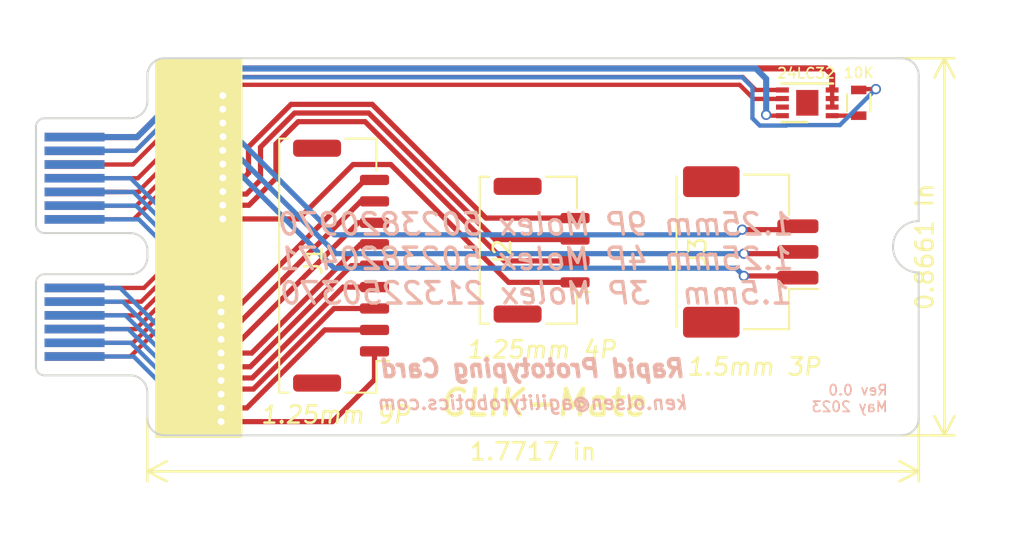
<source format=kicad_pcb>
(kicad_pcb (version 20171130) (host pcbnew "(5.1.12)-1")

  (general
    (thickness 1.6)
    (drawings 14)
    (tracks 249)
    (zones 0)
    (modules 6)
    (nets 29)
  )

  (page A)
  (title_block
    (title "Beetje 32U4 Blok")
    (date 2018-08-10)
    (rev 0.0)
    (company www.MakersBox.us)
    (comment 1 648.ken@gmail.com)
  )

  (layers
    (0 F.Cu signal)
    (31 B.Cu signal)
    (32 B.Adhes user)
    (33 F.Adhes user)
    (34 B.Paste user)
    (35 F.Paste user)
    (36 B.SilkS user)
    (37 F.SilkS user)
    (38 B.Mask user)
    (39 F.Mask user)
    (40 Dwgs.User user)
    (41 Cmts.User user)
    (42 Eco1.User user)
    (43 Eco2.User user)
    (44 Edge.Cuts user)
    (45 Margin user)
    (46 B.CrtYd user hide)
    (47 F.CrtYd user)
    (48 B.Fab user hide)
    (49 F.Fab user)
  )

  (setup
    (last_trace_width 0.254)
    (user_trace_width 0.3048)
    (user_trace_width 0.3556)
    (user_trace_width 0.4064)
    (user_trace_width 0.6096)
    (trace_clearance 0.2)
    (zone_clearance 0.35)
    (zone_45_only no)
    (trace_min 0.2)
    (via_size 0.6)
    (via_drill 0.4)
    (via_min_size 0.4)
    (via_min_drill 0.3)
    (uvia_size 0.3)
    (uvia_drill 0.1)
    (uvias_allowed no)
    (uvia_min_size 0.2)
    (uvia_min_drill 0.1)
    (edge_width 0.15)
    (segment_width 0.2)
    (pcb_text_width 0.3)
    (pcb_text_size 1.5 1.5)
    (mod_edge_width 0.15)
    (mod_text_size 1 1)
    (mod_text_width 0.15)
    (pad_size 0.5 3.500001)
    (pad_drill 0)
    (pad_to_mask_clearance 0)
    (aux_axis_origin 0 0)
    (visible_elements 7FFFFFFF)
    (pcbplotparams
      (layerselection 0x010f0_ffffffff)
      (usegerberextensions true)
      (usegerberattributes true)
      (usegerberadvancedattributes true)
      (creategerberjobfile false)
      (excludeedgelayer true)
      (linewidth 0.100000)
      (plotframeref false)
      (viasonmask false)
      (mode 1)
      (useauxorigin false)
      (hpglpennumber 1)
      (hpglpenspeed 20)
      (hpglpendiameter 15.000000)
      (psnegative false)
      (psa4output false)
      (plotreference true)
      (plotvalue true)
      (plotinvisibletext false)
      (padsonsilk false)
      (subtractmaskfromsilk false)
      (outputformat 1)
      (mirror false)
      (drillshape 0)
      (scaleselection 1)
      (outputdirectory "gerbers/"))
  )

  (net 0 "")
  (net 1 /10)
  (net 2 /01)
  (net 3 /02)
  (net 4 /04)
  (net 5 /05)
  (net 6 /06)
  (net 7 /07)
  (net 8 /08)
  (net 9 /09)
  (net 10 /11)
  (net 11 /12)
  (net 12 /13)
  (net 13 /14)
  (net 14 /15)
  (net 15 /16)
  (net 16 /17)
  (net 17 /18)
  (net 18 /19)
  (net 19 /20)
  (net 20 /03)
  (net 21 /D2_SDA)
  (net 22 GND)
  (net 23 /D3_SCL)
  (net 24 +5V)
  (net 25 /A)
  (net 26 "Net-(R1-Pad1)")
  (net 27 "Net-(U1-Pad7)")
  (net 28 /RESET)

  (net_class Default "This is the default net class."
    (clearance 0.2)
    (trace_width 0.254)
    (via_dia 0.6)
    (via_drill 0.4)
    (uvia_dia 0.3)
    (uvia_drill 0.1)
    (add_net +5V)
    (add_net /01)
    (add_net /02)
    (add_net /03)
    (add_net /04)
    (add_net /05)
    (add_net /06)
    (add_net /07)
    (add_net /08)
    (add_net /09)
    (add_net /10)
    (add_net /11)
    (add_net /12)
    (add_net /13)
    (add_net /14)
    (add_net /15)
    (add_net /16)
    (add_net /17)
    (add_net /18)
    (add_net /19)
    (add_net /20)
    (add_net /A)
    (add_net /D2_SDA)
    (add_net /D3_SCL)
    (add_net /RESET)
    (add_net GND)
    (add_net "Net-(R1-Pad1)")
    (add_net "Net-(U1-Pad7)")
  )

  (module footprints:MEC8-113-CARD_2 locked (layer F.Cu) (tedit 637EA67F) (tstamp 6381DF90)
    (at 0 -0.1 90)
    (path /63771AB0)
    (fp_text reference X0 (at 4.375 -1.25 90) (layer F.Fab)
      (effects (font (size 1 1) (thickness 0.15)))
    )
    (fp_text value "Card Edge" (at 10.9 -1 90) (layer F.Fab)
      (effects (font (size 1 1) (thickness 0.15)))
    )
    (fp_line (start -1 47.5) (end -1 7.5) (layer Edge.Cuts) (width 0.12))
    (fp_line (start 21 7.5) (end 21 47.5) (layer Edge.Cuts) (width 0.12))
    (fp_line (start 11.5 51.5) (end 19 51.5) (layer Edge.Cuts) (width 0.12))
    (fp_line (start 8.5 51.5) (end 1 51.5) (layer Edge.Cuts) (width 0.12))
    (fp_line (start 10 11.5) (end 10 48.5) (layer Dwgs.User) (width 0.12))
    (fp_line (start 1 6.5) (end 1.5 6.5) (layer Edge.Cuts) (width 0.12))
    (fp_line (start 18.5 6.5) (end 19 6.5) (layer Edge.Cuts) (width 0.12))
    (fp_line (start 17.5 0.5) (end 17.5 5.5) (layer Edge.Cuts) (width 0.12))
    (fp_line (start 2.5 0.5) (end 2.5 5.5) (layer Edge.Cuts) (width 0.12))
    (fp_line (start 8.4 0.5) (end 8.4 5.5) (layer Edge.Cuts) (width 0.12))
    (fp_line (start 10.8 5.5) (end 10.8 0.5) (layer Edge.Cuts) (width 0.12))
    (fp_line (start 9.4 6.5) (end 9.8 6.5) (layer Edge.Cuts) (width 0.12))
    (fp_line (start 3 0) (end 7.9 0) (layer Edge.Cuts) (width 0.12))
    (fp_line (start 17 0) (end 11.3 0) (layer Edge.Cuts) (width 0.12))
    (fp_line (start 0 6.5) (end 1 6.5) (layer Edge.Cuts) (width 0.12))
    (fp_line (start 19 6.5) (end 20 6.5) (layer Edge.Cuts) (width 0.12))
    (fp_line (start -1 50.5) (end -1 47.5) (layer Edge.Cuts) (width 0.12))
    (fp_line (start 0 51.5) (end 1 51.5) (layer Edge.Cuts) (width 0.12))
    (fp_line (start 19 51.5) (end 20 51.5) (layer Edge.Cuts) (width 0.12))
    (fp_line (start 21 50.5) (end 21 47.5) (layer Edge.Cuts) (width 0.12))
    (fp_arc (start 10 51.5) (end 11.5 51.5) (angle -180) (layer Edge.Cuts) (width 0.12))
    (fp_arc (start 20 50.5) (end 20 51.5) (angle -90) (layer Edge.Cuts) (width 0.12))
    (fp_arc (start 0 50.5) (end -1 50.5) (angle -90) (layer Edge.Cuts) (width 0.12))
    (fp_arc (start 0 7.5) (end 0 6.5) (angle -90) (layer Edge.Cuts) (width 0.12))
    (fp_arc (start 20 7.5) (end 21 7.5) (angle -90) (layer Edge.Cuts) (width 0.12))
    (fp_arc (start 18.5 5.5) (end 17.5 5.5) (angle -90) (layer Edge.Cuts) (width 0.12))
    (fp_arc (start 1.5 5.5) (end 1.5 6.5) (angle -90) (layer Edge.Cuts) (width 0.12))
    (fp_arc (start 9.4 5.5) (end 8.4 5.5) (angle -90) (layer Edge.Cuts) (width 0.12))
    (fp_arc (start 9.8 5.5) (end 9.8 6.5) (angle -90) (layer Edge.Cuts) (width 0.12))
    (fp_arc (start 7.9 0.5) (end 8.4 0.5) (angle -90) (layer Edge.Cuts) (width 0.12))
    (fp_arc (start 11.3 0.5) (end 11.3 0) (angle -90) (layer Edge.Cuts) (width 0.12))
    (fp_arc (start 17 0.5) (end 17.5 0.5) (angle -90) (layer Edge.Cuts) (width 0.12))
    (fp_arc (start 3 0.5) (end 3 0) (angle -90) (layer Edge.Cuts) (width 0.12))
    (fp_arc (start 10 51.5) (end 13.5 51.5) (angle -180) (layer Dwgs.User) (width 0.12))
    (pad 14 smd rect (at 3.6 2.25 90) (size 0.5 3.5) (layers F.Cu F.Paste F.Mask)
      (net 10 /11))
    (pad 1 smd rect (at 3.6 2.25 90) (size 0.5 3.5) (layers B.Cu B.Paste B.Mask)
      (net 2 /01))
    (pad 15 smd rect (at 4.4 2.25 90) (size 0.5 3.5) (layers F.Cu F.Paste F.Mask)
      (net 11 /12))
    (pad 2 smd rect (at 4.4 2.25 90) (size 0.5 3.5) (layers B.Cu B.Paste B.Mask)
      (net 3 /02))
    (pad 16 smd rect (at 5.2 2.25 90) (size 0.5 3.5) (layers F.Cu F.Paste F.Mask)
      (net 12 /13))
    (pad 3 smd rect (at 5.2 2.25 90) (size 0.5 3.5) (layers B.Cu B.Paste B.Mask)
      (net 20 /03))
    (pad 17 smd rect (at 6 2.25 90) (size 0.5 3.5) (layers F.Cu F.Paste F.Mask)
      (net 13 /14))
    (pad 4 smd rect (at 6 2.25 90) (size 0.5 3.5) (layers B.Cu B.Paste B.Mask)
      (net 4 /04))
    (pad 18 smd rect (at 6.8 2.25 90) (size 0.5 3.5) (layers F.Cu F.Paste F.Mask)
      (net 14 /15))
    (pad 5 smd rect (at 6.8 2.25 90) (size 0.5 3.5) (layers B.Cu B.Paste B.Mask)
      (net 5 /05))
    (pad 19 smd rect (at 7.6 2.25 90) (size 0.5 3.5) (layers F.Cu F.Paste F.Mask)
      (net 15 /16))
    (pad 6 smd rect (at 7.6 2.25 90) (size 0.5 3.5) (layers B.Cu B.Paste B.Mask)
      (net 6 /06))
    (pad 20 smd rect (at 11.6 2.25 90) (size 0.5 3.5) (layers F.Cu F.Paste F.Mask)
      (net 16 /17))
    (pad 7 smd rect (at 11.6 2.25 90) (size 0.5 3.5) (layers B.Cu B.Paste B.Mask)
      (net 7 /07))
    (pad 21 smd rect (at 12.4 2.25 90) (size 0.5 3.5) (layers F.Cu F.Paste F.Mask)
      (net 17 /18))
    (pad 8 smd rect (at 12.4 2.25 90) (size 0.5 3.5) (layers B.Cu B.Paste B.Mask)
      (net 8 /08))
    (pad 22 smd rect (at 13.2 2.25 90) (size 0.5 3.5) (layers F.Cu F.Paste F.Mask)
      (net 18 /19))
    (pad 9 smd rect (at 13.2 2.25 90) (size 0.5 3.5) (layers B.Cu B.Paste B.Mask)
      (net 9 /09))
    (pad 23 smd rect (at 14 2.25 90) (size 0.5 3.5) (layers F.Cu F.Paste F.Mask)
      (net 19 /20))
    (pad 10 smd rect (at 14 2.25 90) (size 0.5 3.5) (layers B.Cu B.Paste B.Mask)
      (net 1 /10))
    (pad 24 smd rect (at 14.8 2.25 90) (size 0.5 3.5) (layers F.Cu F.Paste F.Mask)
      (net 23 /D3_SCL))
    (pad 11 smd rect (at 14.8 2.25 90) (size 0.5 3.5) (layers B.Cu B.Paste B.Mask)
      (net 28 /RESET))
    (pad 25 smd rect (at 15.6 2.25 90) (size 0.5 3.5) (layers F.Cu F.Paste F.Mask)
      (net 21 /D2_SDA))
    (pad 12 smd rect (at 15.6 2.25 90) (size 0.5 3.5) (layers B.Cu B.Paste B.Mask)
      (net 25 /A))
    (pad 26 smd rect (at 16.4 2.25 90) (size 0.5 3.5) (layers F.Cu F.Paste F.Mask)
      (net 22 GND))
    (pad 13 smd rect (at 16.4 2.25 90) (size 0.5 3.5) (layers B.Cu B.Paste B.Mask)
      (net 24 +5V))
  )

  (module footprints:R_0603 (layer F.Cu) (tedit 636E7A48) (tstamp 638CFCB2)
    (at 48 -18.5 90)
    (descr "Resistor SMD 0603, reflow soldering, Vishay (see dcrcw.pdf)")
    (tags "resistor 0603")
    (path /63EABA42)
    (attr smd)
    (fp_text reference R1 (at 1.905 0 270) (layer Dwgs.User)
      (effects (font (size 1 1) (thickness 0.15)))
    )
    (fp_text value 10K (at 1.75 0) (layer F.SilkS)
      (effects (font (size 0.6 0.6) (thickness 0.1)))
    )
    (fp_line (start -0.8 0.4) (end -0.8 -0.4) (layer F.Fab) (width 0.1))
    (fp_line (start 0.8 0.4) (end -0.8 0.4) (layer F.Fab) (width 0.1))
    (fp_line (start 0.8 -0.4) (end 0.8 0.4) (layer F.Fab) (width 0.1))
    (fp_line (start -0.8 -0.4) (end 0.8 -0.4) (layer F.Fab) (width 0.1))
    (fp_line (start 0.5 0.68) (end -0.5 0.68) (layer F.SilkS) (width 0.12))
    (fp_line (start -0.5 -0.68) (end 0.5 -0.68) (layer F.SilkS) (width 0.12))
    (fp_line (start -1.25 -0.7) (end 1.25 -0.7) (layer F.CrtYd) (width 0.05))
    (fp_line (start -1.25 -0.7) (end -1.25 0.7) (layer F.CrtYd) (width 0.05))
    (fp_line (start 1.25 0.7) (end 1.25 -0.7) (layer F.CrtYd) (width 0.05))
    (fp_line (start 1.25 0.7) (end -1.25 0.7) (layer F.CrtYd) (width 0.05))
    (fp_text user %R (at 0 0 270) (layer F.Fab)
      (effects (font (size 0.4 0.4) (thickness 0.075)))
    )
    (pad 1 smd rect (at -0.75 0 90) (size 0.5 0.9) (layers F.Cu F.Paste F.Mask)
      (net 26 "Net-(R1-Pad1)"))
    (pad 2 smd rect (at 0.75 0 90) (size 0.5 0.9) (layers F.Cu F.Paste F.Mask)
      (net 25 /A))
    (model ${KISYS3DMOD}/Resistors_SMD.3dshapes/R_0603.wrl
      (at (xyz 0 0 0))
      (scale (xyz 1 1 1))
      (rotate (xyz 0 0 0))
    )
  )

  (module footprints:DFN-8-1EP_3x2mm (layer F.Cu) (tedit 638826C0) (tstamp 638CFC3A)
    (at 45 -18.5 180)
    (descr "8-Lead Plastic Dual Flat, No Lead Package (8MA2) - 2x3x0.6 mm Body [UDFN] (see Atmel-8815-SEEPROM-AT24CS01-02-Datasheet.pdf)")
    (tags "DFN 0.5")
    (path /63E7C52F)
    (attr smd)
    (fp_text reference U1 (at 0 -2.55 180) (layer F.SilkS) hide
      (effects (font (size 1 1) (thickness 0.15)))
    )
    (fp_text value 24LC32 (at 0.075 1.725 180) (layer F.SilkS)
      (effects (font (size 0.6 0.6) (thickness 0.1)))
    )
    (fp_line (start 0 -1.125) (end 1.5 -1.125) (layer F.SilkS) (width 0.15))
    (fp_line (start -1.5 1.125) (end 1.5 1.125) (layer F.SilkS) (width 0.15))
    (fp_line (start -2.1 1.3) (end 2.1 1.3) (layer F.CrtYd) (width 0.05))
    (fp_line (start -2.1 -1.3) (end 2.1 -1.3) (layer F.CrtYd) (width 0.05))
    (fp_line (start 2.1 -1.3) (end 2.1 1.3) (layer F.CrtYd) (width 0.05))
    (fp_line (start -2.1 -1.3) (end -2.1 1.3) (layer F.CrtYd) (width 0.05))
    (fp_line (start -1.5 0) (end -0.5 -1) (layer F.Fab) (width 0.15))
    (fp_line (start -1.5 1) (end -1.5 0) (layer F.Fab) (width 0.15))
    (fp_line (start 1.5 1) (end -1.5 1) (layer F.Fab) (width 0.15))
    (fp_line (start 1.5 -1) (end 1.5 1) (layer F.Fab) (width 0.15))
    (fp_line (start -0.5 -1) (end 1.5 -1) (layer F.Fab) (width 0.15))
    (fp_text user %R (at 0 0 270) (layer F.Fab)
      (effects (font (size 0.5 0.5) (thickness 0.075)))
    )
    (pad "" smd rect (at 0.325 0.375 180) (size 0.5 0.6) (layers F.Paste))
    (pad "" smd rect (at 0.325 -0.375 180) (size 0.5 0.6) (layers F.Paste))
    (pad "" smd rect (at -0.325 0.375 180) (size 0.5 0.6) (layers F.Paste))
    (pad "" smd rect (at -0.325 -0.375 180) (size 0.5 0.6) (layers F.Paste))
    (pad 9 smd rect (at 0 0 180) (size 1.3 1.5) (layers F.Cu F.Mask))
    (pad 8 smd rect (at 1.45 -0.75 180) (size 0.75 0.3) (layers F.Cu F.Paste F.Mask)
      (net 24 +5V))
    (pad 7 smd rect (at 1.45 -0.25 180) (size 0.75 0.3) (layers F.Cu F.Paste F.Mask)
      (net 27 "Net-(U1-Pad7)"))
    (pad 6 smd rect (at 1.45 0.25 180) (size 0.75 0.3) (layers F.Cu F.Paste F.Mask)
      (net 23 /D3_SCL))
    (pad 5 smd rect (at 1.45 0.75 180) (size 0.75 0.3) (layers F.Cu F.Paste F.Mask)
      (net 21 /D2_SDA))
    (pad 4 smd rect (at -1.45 0.75 180) (size 0.75 0.3) (layers F.Cu F.Paste F.Mask)
      (net 22 GND))
    (pad 3 smd rect (at -1.45 0.25 180) (size 0.75 0.3) (layers F.Cu F.Paste F.Mask)
      (net 22 GND))
    (pad 2 smd rect (at -1.45 -0.25 180) (size 0.75 0.3) (layers F.Cu F.Paste F.Mask)
      (net 22 GND))
    (pad 1 smd rect (at -1.45 -0.75 180) (size 0.75 0.3) (layers F.Cu F.Paste F.Mask)
      (net 26 "Net-(R1-Pad1)"))
    (model ${KISYS3DMOD}/Package_DFN_QFN.3dshapes/DFN-8-1EP_3x2mm_P0.5mm_EP1.3x1.5mm.wrl
      (at (xyz 0 0 0))
      (scale (xyz 1 1 1))
      (rotate (xyz 0 0 0))
    )
  )

  (module Connector_Molex:Molex_CLIK-Mate_502382-0970_1x09-1MP_P1.25mm_Vertical (layer F.Cu) (tedit 5B78AD89) (tstamp 64599045)
    (at 17.8 -9 90)
    (descr "Molex CLIK-Mate series connector, 502382-0970 (http://www.molex.com/pdm_docs/sd/5023820270_sd.pdf), generated with kicad-footprint-generator")
    (tags "connector Molex CLIK-Mate side entry")
    (path /646F91AD)
    (attr smd)
    (fp_text reference J1 (at 0.3 -1.6 90) (layer F.SilkS)
      (effects (font (size 1 1) (thickness 0.15)))
    )
    (fp_text value "1.25mm 9P" (at -8.7 -0.3 180) (layer F.SilkS)
      (effects (font (size 1 1) (thickness 0.15) italic))
    )
    (fp_line (start -7.3 1.95) (end 7.3 1.95) (layer F.Fab) (width 0.1))
    (fp_line (start -7.41 0.26) (end -7.41 2.06) (layer F.SilkS) (width 0.12))
    (fp_line (start -7.41 2.06) (end -5.56 2.06) (layer F.SilkS) (width 0.12))
    (fp_line (start -5.56 2.06) (end -5.56 2.8) (layer F.SilkS) (width 0.12))
    (fp_line (start 7.41 0.26) (end 7.41 2.06) (layer F.SilkS) (width 0.12))
    (fp_line (start 7.41 2.06) (end 5.56 2.06) (layer F.SilkS) (width 0.12))
    (fp_line (start -7.41 -3.06) (end -7.41 -3.61) (layer F.SilkS) (width 0.12))
    (fp_line (start -7.41 -3.61) (end 7.41 -3.61) (layer F.SilkS) (width 0.12))
    (fp_line (start 7.41 -3.61) (end 7.41 -3.06) (layer F.SilkS) (width 0.12))
    (fp_line (start -7.3 -3.5) (end 7.3 -3.5) (layer F.Fab) (width 0.1))
    (fp_line (start -7.3 1.95) (end -7.3 -3.5) (layer F.Fab) (width 0.1))
    (fp_line (start 7.3 1.95) (end 7.3 -3.5) (layer F.Fab) (width 0.1))
    (fp_line (start -7.85 -4) (end -7.85 3.3) (layer F.CrtYd) (width 0.05))
    (fp_line (start -7.85 3.3) (end 7.85 3.3) (layer F.CrtYd) (width 0.05))
    (fp_line (start 7.85 3.3) (end 7.85 -4) (layer F.CrtYd) (width 0.05))
    (fp_line (start 7.85 -4) (end -7.85 -4) (layer F.CrtYd) (width 0.05))
    (fp_line (start -5.5 1.95) (end -5 1.242893) (layer F.Fab) (width 0.1))
    (fp_line (start -5 1.242893) (end -4.5 1.95) (layer F.Fab) (width 0.1))
    (fp_text user %R (at 0 -0.77 90) (layer F.Fab)
      (effects (font (size 1 1) (thickness 0.15)))
    )
    (pad 1 smd roundrect (at -5 1.95 90) (size 0.6 1.7) (layers F.Cu F.Paste F.Mask) (roundrect_rratio 0.25)
      (net 2 /01))
    (pad 2 smd roundrect (at -3.75 1.95 90) (size 0.6 1.7) (layers F.Cu F.Paste F.Mask) (roundrect_rratio 0.25)
      (net 3 /02))
    (pad 3 smd roundrect (at -2.5 1.95 90) (size 0.6 1.7) (layers F.Cu F.Paste F.Mask) (roundrect_rratio 0.25)
      (net 20 /03))
    (pad 4 smd roundrect (at -1.25 1.95 90) (size 0.6 1.7) (layers F.Cu F.Paste F.Mask) (roundrect_rratio 0.25)
      (net 4 /04))
    (pad 5 smd roundrect (at 0 1.95 90) (size 0.6 1.7) (layers F.Cu F.Paste F.Mask) (roundrect_rratio 0.25)
      (net 5 /05))
    (pad 6 smd roundrect (at 1.25 1.95 90) (size 0.6 1.7) (layers F.Cu F.Paste F.Mask) (roundrect_rratio 0.25)
      (net 6 /06))
    (pad 7 smd roundrect (at 2.5 1.95 90) (size 0.6 1.7) (layers F.Cu F.Paste F.Mask) (roundrect_rratio 0.25)
      (net 7 /07))
    (pad 8 smd roundrect (at 3.75 1.95 90) (size 0.6 1.7) (layers F.Cu F.Paste F.Mask) (roundrect_rratio 0.25)
      (net 8 /08))
    (pad 9 smd roundrect (at 5 1.95 90) (size 0.6 1.7) (layers F.Cu F.Paste F.Mask) (roundrect_rratio 0.25)
      (net 9 /09))
    (pad MP smd roundrect (at -6.85 -1.4 90) (size 1 2.8) (layers F.Cu F.Paste F.Mask) (roundrect_rratio 0.25))
    (pad MP smd roundrect (at 6.85 -1.4 90) (size 1 2.8) (layers F.Cu F.Paste F.Mask) (roundrect_rratio 0.25))
    (model ${KISYS3DMOD}/Connector_Molex.3dshapes/Molex_CLIK-Mate_502382-0970_1x09-1MP_P1.25mm_Vertical.wrl
      (at (xyz 0 0 0))
      (scale (xyz 1 1 1))
      (rotate (xyz 0 0 0))
    )
  )

  (module Connector_Molex:Molex_CLIK-Mate_502382-0470_1x04-1MP_P1.25mm_Vertical (layer F.Cu) (tedit 5B78AD89) (tstamp 64599062)
    (at 29.5 -9.9 90)
    (descr "Molex CLIK-Mate series connector, 502382-0470 (http://www.molex.com/pdm_docs/sd/5023820270_sd.pdf), generated with kicad-footprint-generator")
    (tags "connector Molex CLIK-Mate side entry")
    (path /646F9E3E)
    (attr smd)
    (fp_text reference J2 (at -0.2 -2.3 90) (layer F.SilkS)
      (effects (font (size 1 1) (thickness 0.15)))
    )
    (fp_text value "1.25mm 4P" (at -5.8 0 180) (layer F.SilkS)
      (effects (font (size 1 1) (thickness 0.15) italic))
    )
    (fp_line (start -4.175 1.95) (end 4.175 1.95) (layer F.Fab) (width 0.1))
    (fp_line (start -4.285 0.26) (end -4.285 2.06) (layer F.SilkS) (width 0.12))
    (fp_line (start -4.285 2.06) (end -2.435 2.06) (layer F.SilkS) (width 0.12))
    (fp_line (start -2.435 2.06) (end -2.435 2.8) (layer F.SilkS) (width 0.12))
    (fp_line (start 4.285 0.26) (end 4.285 2.06) (layer F.SilkS) (width 0.12))
    (fp_line (start 4.285 2.06) (end 2.435 2.06) (layer F.SilkS) (width 0.12))
    (fp_line (start -4.285 -3.06) (end -4.285 -3.61) (layer F.SilkS) (width 0.12))
    (fp_line (start -4.285 -3.61) (end 4.285 -3.61) (layer F.SilkS) (width 0.12))
    (fp_line (start 4.285 -3.61) (end 4.285 -3.06) (layer F.SilkS) (width 0.12))
    (fp_line (start -4.175 -3.5) (end 4.175 -3.5) (layer F.Fab) (width 0.1))
    (fp_line (start -4.175 1.95) (end -4.175 -3.5) (layer F.Fab) (width 0.1))
    (fp_line (start 4.175 1.95) (end 4.175 -3.5) (layer F.Fab) (width 0.1))
    (fp_line (start -4.72 -4) (end -4.72 3.3) (layer F.CrtYd) (width 0.05))
    (fp_line (start -4.72 3.3) (end 4.72 3.3) (layer F.CrtYd) (width 0.05))
    (fp_line (start 4.72 3.3) (end 4.72 -4) (layer F.CrtYd) (width 0.05))
    (fp_line (start 4.72 -4) (end -4.72 -4) (layer F.CrtYd) (width 0.05))
    (fp_line (start -2.375 1.95) (end -1.875 1.242893) (layer F.Fab) (width 0.1))
    (fp_line (start -1.875 1.242893) (end -1.375 1.95) (layer F.Fab) (width 0.1))
    (fp_text user %R (at 0 -0.77 90) (layer F.Fab)
      (effects (font (size 1 1) (thickness 0.15)))
    )
    (pad 1 smd roundrect (at -1.875 1.95 90) (size 0.6 1.7) (layers F.Cu F.Paste F.Mask) (roundrect_rratio 0.25)
      (net 10 /11))
    (pad 2 smd roundrect (at -0.625 1.95 90) (size 0.6 1.7) (layers F.Cu F.Paste F.Mask) (roundrect_rratio 0.25)
      (net 11 /12))
    (pad 3 smd roundrect (at 0.625 1.95 90) (size 0.6 1.7) (layers F.Cu F.Paste F.Mask) (roundrect_rratio 0.25)
      (net 12 /13))
    (pad 4 smd roundrect (at 1.875 1.95 90) (size 0.6 1.7) (layers F.Cu F.Paste F.Mask) (roundrect_rratio 0.25)
      (net 13 /14))
    (pad MP smd roundrect (at -3.725 -1.4 90) (size 1 2.8) (layers F.Cu F.Paste F.Mask) (roundrect_rratio 0.25))
    (pad MP smd roundrect (at 3.725 -1.4 90) (size 1 2.8) (layers F.Cu F.Paste F.Mask) (roundrect_rratio 0.25))
    (model ${KISYS3DMOD}/Connector_Molex.3dshapes/Molex_CLIK-Mate_502382-0470_1x04-1MP_P1.25mm_Vertical.wrl
      (at (xyz 0 0 0))
      (scale (xyz 1 1 1))
      (rotate (xyz 0 0 0))
    )
  )

  (module Connector_Molex:Molex_CLIK-Mate_505405-0370_1x03-1MP_P1.50mm_Vertical (layer F.Cu) (tedit 5B78AD89) (tstamp 6459907C)
    (at 41.7 -9.8 90)
    (descr "Molex CLIK-Mate series connector, 505405-0370 (http://www.molex.com/pdm_docs/sd/5054050270_sd.pdf), generated with kicad-footprint-generator")
    (tags "connector Molex CLIK-Mate side entry")
    (path /646FA93D)
    (attr smd)
    (fp_text reference J3 (at 0 -3.1 90) (layer F.SilkS)
      (effects (font (size 1 1) (thickness 0.15)))
    )
    (fp_text value "1.5mm 3P" (at -6.7 0.2 180) (layer F.SilkS)
      (effects (font (size 1 1) (thickness 0.15) italic))
    )
    (fp_line (start -4.4 2.13) (end 4.4 2.13) (layer F.Fab) (width 0.1))
    (fp_line (start -4.51 -0.39) (end -4.51 2.24) (layer F.SilkS) (width 0.12))
    (fp_line (start -4.51 2.24) (end -2.16 2.24) (layer F.SilkS) (width 0.12))
    (fp_line (start -2.16 2.24) (end -2.16 3.95) (layer F.SilkS) (width 0.12))
    (fp_line (start 4.51 -0.39) (end 4.51 2.24) (layer F.SilkS) (width 0.12))
    (fp_line (start 4.51 2.24) (end 2.16 2.24) (layer F.SilkS) (width 0.12))
    (fp_line (start -4.4 -4.33) (end 4.4 -4.33) (layer F.SilkS) (width 0.12))
    (fp_line (start -4.4 -4.22) (end 4.4 -4.22) (layer F.Fab) (width 0.1))
    (fp_line (start -4.4 2.13) (end -4.4 -4.22) (layer F.Fab) (width 0.1))
    (fp_line (start 4.4 2.13) (end 4.4 -4.22) (layer F.Fab) (width 0.1))
    (fp_line (start -5.5 -4.72) (end -5.5 4.45) (layer F.CrtYd) (width 0.05))
    (fp_line (start -5.5 4.45) (end 5.5 4.45) (layer F.CrtYd) (width 0.05))
    (fp_line (start 5.5 4.45) (end 5.5 -4.72) (layer F.CrtYd) (width 0.05))
    (fp_line (start 5.5 -4.72) (end -5.5 -4.72) (layer F.CrtYd) (width 0.05))
    (fp_line (start -2 2.13) (end -1.5 1.422893) (layer F.Fab) (width 0.1))
    (fp_line (start -1.5 1.422893) (end -1 2.13) (layer F.Fab) (width 0.1))
    (fp_text user %R (at 0 -1.05 90) (layer F.Fab)
      (effects (font (size 1 1) (thickness 0.15)))
    )
    (pad 1 smd roundrect (at -1.5 2.75 90) (size 0.8 2.4) (layers F.Cu F.Paste F.Mask) (roundrect_rratio 0.25)
      (net 14 /15))
    (pad 2 smd roundrect (at 0 2.75 90) (size 0.8 2.4) (layers F.Cu F.Paste F.Mask) (roundrect_rratio 0.25)
      (net 15 /16))
    (pad 3 smd roundrect (at 1.5 2.75 90) (size 0.8 2.4) (layers F.Cu F.Paste F.Mask) (roundrect_rratio 0.25)
      (net 16 /17))
    (pad MP smd roundrect (at -4.1 -2.3 90) (size 1.8 3.3) (layers F.Cu F.Paste F.Mask) (roundrect_rratio 0.138889))
    (pad MP smd roundrect (at 4.1 -2.3 90) (size 1.8 3.3) (layers F.Cu F.Paste F.Mask) (roundrect_rratio 0.138889))
    (model ${KISYS3DMOD}/Connector_Molex.3dshapes/Molex_CLIK-Mate_505405-0370_1x03-1MP_P1.50mm_Vertical.wrl
      (at (xyz 0 0 0))
      (scale (xyz 1 1 1))
      (rotate (xyz 0 0 0))
    )
  )

  (gr_poly (pts (xy 12 1) (xy 7 1) (xy 7 -21) (xy 12 -21)) (layer F.SilkS) (width 0.1))
  (gr_text "1.25mm 9P Molex 5023820970\n1.25mm 4P Molex 5023820471\n1.5mm  3P Molex 2132250370" (at 29.2 -9.4) (layer B.SilkS)
    (effects (font (size 1.25 1.25) (thickness 0.2) italic) (justify mirror))
  )
  (dimension 2.5 (width 0.15) (layer Dwgs.User)
    (gr_text "2.500 mm" (at 56.3 -19.75 270) (layer Dwgs.User)
      (effects (font (size 1 1) (thickness 0.15)))
    )
    (feature1 (pts (xy 45 -18.5) (xy 55.586421 -18.5)))
    (feature2 (pts (xy 45 -21) (xy 55.586421 -21)))
    (crossbar (pts (xy 55 -21) (xy 55 -18.5)))
    (arrow1a (pts (xy 55 -18.5) (xy 54.413579 -19.626504)))
    (arrow1b (pts (xy 55 -18.5) (xy 55.586421 -19.626504)))
    (arrow2a (pts (xy 55 -21) (xy 54.413579 -19.873496)))
    (arrow2b (pts (xy 55 -21) (xy 55.586421 -19.873496)))
  )
  (dimension 6.5 (width 0.15) (layer Dwgs.User)
    (gr_text "6.500 mm" (at 48.25 -23.8) (layer Dwgs.User)
      (effects (font (size 1 1) (thickness 0.15)))
    )
    (feature1 (pts (xy 45 -18) (xy 45 -23.086421)))
    (feature2 (pts (xy 51.5 -18) (xy 51.5 -23.086421)))
    (crossbar (pts (xy 51.5 -22.5) (xy 45 -22.5)))
    (arrow1a (pts (xy 45 -22.5) (xy 46.126504 -23.086421)))
    (arrow1b (pts (xy 45 -22.5) (xy 46.126504 -21.913579)))
    (arrow2a (pts (xy 51.5 -22.5) (xy 50.373496 -23.086421)))
    (arrow2b (pts (xy 51.5 -22.5) (xy 50.373496 -21.913579)))
  )
  (gr_line (start 10.9 -20.55) (end 10.9 0.7) (layer Dwgs.User) (width 0.15))
  (gr_line (start 29 -20) (end 29 0) (layer Dwgs.User) (width 0.15))
  (dimension 22.500222 (width 0.15) (layer Dwgs.User)
    (gr_text "22.500 mm" (at 17.713112 8.249848 359.7453538) (layer Dwgs.User)
      (effects (font (size 1 1) (thickness 0.15)))
    )
    (feature1 (pts (xy 29 0) (xy 28.966283 7.586276)))
    (feature2 (pts (xy 6.5 -0.1) (xy 6.466283 7.486276)))
    (crossbar (pts (xy 6.46889 6.899861) (xy 28.96889 6.999861)))
    (arrow1a (pts (xy 28.96889 6.999861) (xy 27.839791 7.581269)))
    (arrow1b (pts (xy 28.96889 6.999861) (xy 27.845004 6.408439)))
    (arrow2a (pts (xy 6.46889 6.899861) (xy 7.592776 7.491283)))
    (arrow2b (pts (xy 6.46889 6.899861) (xy 7.597989 6.318453)))
  )
  (dimension 22 (width 0.15) (layer F.SilkS)
    (gr_text "22.000 mm" (at 54.3 -10.1 90) (layer F.SilkS)
      (effects (font (size 1 1) (thickness 0.15)))
    )
    (feature1 (pts (xy 50.5 -21.1) (xy 53.586421 -21.1)))
    (feature2 (pts (xy 50.5 0.9) (xy 53.586421 0.9)))
    (crossbar (pts (xy 53 0.9) (xy 53 -21.1)))
    (arrow1a (pts (xy 53 -21.1) (xy 53.586421 -19.973496)))
    (arrow1b (pts (xy 53 -21.1) (xy 52.413579 -19.973496)))
    (arrow2a (pts (xy 53 0.9) (xy 53.586421 -0.226504)))
    (arrow2b (pts (xy 53 0.9) (xy 52.413579 -0.226504)))
  )
  (dimension 45 (width 0.15) (layer F.SilkS)
    (gr_text "45.000 mm" (at 29 4.3) (layer F.SilkS)
      (effects (font (size 1 1) (thickness 0.15)))
    )
    (feature1 (pts (xy 51.5 -0.1) (xy 51.5 3.586421)))
    (feature2 (pts (xy 6.5 -0.1) (xy 6.5 3.586421)))
    (crossbar (pts (xy 6.5 3) (xy 51.5 3)))
    (arrow1a (pts (xy 51.5 3) (xy 50.373496 3.586421)))
    (arrow1b (pts (xy 51.5 3) (xy 50.373496 2.413579)))
    (arrow2a (pts (xy 6.5 3) (xy 7.626504 3.586421)))
    (arrow2b (pts (xy 6.5 3) (xy 7.626504 2.413579)))
  )
  (gr_text "Rev 0.0\nMay 2023" (at 49.75 -1.25) (layer B.SilkS)
    (effects (font (size 0.6 0.6) (thickness 0.1)) (justify left mirror))
  )
  (gr_text ken.olsen@agilityrobotics.com (at 29 -1) (layer B.SilkS)
    (effects (font (size 0.8 0.8) (thickness 0.15) italic) (justify mirror))
  )
  (gr_line (start 9.75 -19.5) (end 9.75 -0.5) (layer Dwgs.User) (width 0.1))
  (gr_text CLIK-Mate (at 29.6 -1) (layer F.SilkS)
    (effects (font (size 1.5 1.5) (thickness 0.25) italic))
  )
  (gr_text "Rapid Prototyping Card" (at 29 -3) (layer B.SilkS)
    (effects (font (size 1 1) (thickness 0.25) italic) (justify mirror))
  )

  (segment (start 2.25 -14.1) (end 5.5262 -14.099999) (width 0.254) (layer B.Cu) (net 1) (status 10))
  (segment (start 5.5262 -14.099999) (end 8.56203 -11.064171) (width 0.254) (layer B.Cu) (net 1))
  (segment (start 8.56203 -11.064171) (end 8.56203 -7.780037) (width 0.254) (layer B.Cu) (net 1))
  (segment (start 8.56203 -7.780037) (end 8.56203 -7.43797) (width 0.254) (layer B.Cu) (net 1))
  (via (at 10.8 -7.100024) (size 0.6) (drill 0.4) (layers F.Cu B.Cu) (net 1))
  (segment (start 8.899976 -7.100024) (end 10.8 -7.100024) (width 0.254) (layer B.Cu) (net 1))
  (segment (start 8.56203 -7.43797) (end 8.899976 -7.100024) (width 0.254) (layer B.Cu) (net 1))
  (via (at 10.8 0.1) (size 0.6) (drill 0.4) (layers F.Cu B.Cu) (net 2))
  (segment (start 9.5 0.1) (end 10.8 0.1) (width 0.254) (layer B.Cu) (net 2))
  (segment (start 5.7 -3.7) (end 9.5 0.1) (width 0.254) (layer B.Cu) (net 2))
  (segment (start 2.25 -3.7) (end 5.7 -3.7) (width 0.254) (layer B.Cu) (net 2) (status 10))
  (segment (start 19.75 -4) (end 19.75 -2.35) (width 0.3048) (layer F.Cu) (net 2))
  (segment (start 17.3 0.1) (end 10.8 0.1) (width 0.3048) (layer F.Cu) (net 2))
  (segment (start 19.75 -2.35) (end 17.3 0.1) (width 0.3048) (layer F.Cu) (net 2))
  (segment (start 2.25 -4.5) (end 5.542066 -4.5) (width 0.254) (layer B.Cu) (net 3) (status 10))
  (via (at 10.8 -0.7) (size 0.6) (drill 0.4) (layers F.Cu B.Cu) (net 3))
  (segment (start 9.342066 -0.7) (end 10.8 -0.7) (width 0.254) (layer B.Cu) (net 3))
  (segment (start 5.542066 -4.5) (end 9.342066 -0.7) (width 0.254) (layer B.Cu) (net 3))
  (segment (start 19.75 -5.25) (end 16.85 -5.25) (width 0.3048) (layer F.Cu) (net 3))
  (segment (start 12.3 -0.7) (end 10.8 -0.7) (width 0.3048) (layer F.Cu) (net 3))
  (segment (start 16.85 -5.25) (end 12.3 -0.7) (width 0.3048) (layer F.Cu) (net 3))
  (segment (start 2.25 -6.1) (end 5.226198 -6.1) (width 0.254) (layer B.Cu) (net 4) (status 10))
  (via (at 10.8 -2.300006) (size 0.6) (drill 0.4) (layers F.Cu B.Cu) (net 4))
  (segment (start 9.026192 -2.300006) (end 10.8 -2.300006) (width 0.254) (layer B.Cu) (net 4))
  (segment (start 5.226198 -6.1) (end 9.026192 -2.300006) (width 0.254) (layer B.Cu) (net 4))
  (segment (start 19.75 -7.75) (end 17.922184 -7.75) (width 0.3048) (layer F.Cu) (net 4))
  (segment (start 10.947602 -2.447608) (end 10.8 -2.300006) (width 0.3048) (layer F.Cu) (net 4))
  (segment (start 12.619792 -2.447608) (end 10.947602 -2.447608) (width 0.3048) (layer F.Cu) (net 4))
  (segment (start 17.922184 -7.75) (end 12.619792 -2.447608) (width 0.3048) (layer F.Cu) (net 4))
  (segment (start 5.068265 -6.9) (end 5.680208 -6.288056) (width 0.254) (layer B.Cu) (net 5))
  (segment (start 2.25 -6.9) (end 5.068265 -6.9) (width 0.254) (layer B.Cu) (net 5) (status 10))
  (via (at 10.8 -3.100009) (size 0.6) (drill 0.4) (layers F.Cu B.Cu) (net 5))
  (segment (start 8.868255 -3.100009) (end 10.8 -3.100009) (width 0.254) (layer B.Cu) (net 5))
  (segment (start 5.680208 -6.288056) (end 8.868255 -3.100009) (width 0.254) (layer B.Cu) (net 5))
  (segment (start 19.75 -9) (end 18.4 -9) (width 0.3048) (layer F.Cu) (net 5))
  (segment (start 12.500009 -3.100009) (end 10.8 -3.100009) (width 0.3048) (layer F.Cu) (net 5))
  (segment (start 18.4 -9) (end 12.500009 -3.100009) (width 0.3048) (layer F.Cu) (net 5))
  (via (at 10.8 -3.900012) (size 0.6) (drill 0.4) (layers F.Cu B.Cu) (net 6))
  (segment (start 8.710318 -3.900012) (end 10.8 -3.900012) (width 0.254) (layer B.Cu) (net 6))
  (segment (start 4.910329 -7.7) (end 8.710318 -3.900012) (width 0.254) (layer B.Cu) (net 6))
  (segment (start 2.25 -7.7) (end 4.910329 -7.7) (width 0.254) (layer B.Cu) (net 6) (status 10))
  (segment (start 10.8 -3.900012) (end 12.586104 -3.900012) (width 0.3048) (layer F.Cu) (net 6))
  (segment (start 18.936092 -10.25) (end 19.75 -10.25) (width 0.3048) (layer F.Cu) (net 6))
  (segment (start 12.586104 -3.900012) (end 18.936092 -10.25) (width 0.3048) (layer F.Cu) (net 6))
  (segment (start 2.25 -11.7) (end 6 -11.7) (width 0.254) (layer B.Cu) (net 7) (status 10))
  (segment (start 6 -11.7) (end 7.2 -10.5) (width 0.254) (layer B.Cu) (net 7))
  (segment (start 7.2 -10.5) (end 7.2 -6.1) (width 0.254) (layer B.Cu) (net 7))
  (segment (start 7.2 -6.1) (end 7.2 -6.052396) (width 0.254) (layer B.Cu) (net 7))
  (via (at 10.8 -4.700015) (size 0.6) (drill 0.4) (layers F.Cu B.Cu) (net 7))
  (segment (start 8.552381 -4.700015) (end 10.8 -4.700015) (width 0.254) (layer B.Cu) (net 7))
  (segment (start 7.2 -6.052396) (end 8.552381 -4.700015) (width 0.254) (layer B.Cu) (net 7))
  (segment (start 19.75 -11.5) (end 18.8 -11.5) (width 0.3048) (layer F.Cu) (net 7))
  (segment (start 12.000015 -4.700015) (end 10.8 -4.700015) (width 0.3048) (layer F.Cu) (net 7))
  (segment (start 18.8 -11.5) (end 12.000015 -4.700015) (width 0.3048) (layer F.Cu) (net 7))
  (segment (start 5.842066 -12.5) (end 7.65401 -10.688057) (width 0.254) (layer B.Cu) (net 8))
  (segment (start 7.65401 -10.688057) (end 7.65401 -6.84599) (width 0.254) (layer B.Cu) (net 8))
  (segment (start 2.25 -12.5) (end 5.842066 -12.5) (width 0.254) (layer B.Cu) (net 8) (status 10))
  (segment (start 7.65401 -6.84599) (end 7.65401 -6.240452) (width 0.254) (layer B.Cu) (net 8))
  (segment (start 8.394444 -5.500018) (end 10.8 -5.500018) (width 0.254) (layer B.Cu) (net 8))
  (via (at 10.8 -5.500018) (size 0.6) (drill 0.4) (layers F.Cu B.Cu) (net 8))
  (segment (start 7.65401 -6.240452) (end 8.394444 -5.500018) (width 0.254) (layer B.Cu) (net 8))
  (segment (start 19.75 -12.75) (end 18.95 -12.75) (width 0.3048) (layer F.Cu) (net 8))
  (segment (start 11.700018 -5.500018) (end 10.8 -5.500018) (width 0.3048) (layer F.Cu) (net 8))
  (segment (start 18.95 -12.75) (end 11.700018 -5.500018) (width 0.3048) (layer F.Cu) (net 8))
  (segment (start 5.684133 -13.3) (end 8.10802 -10.876114) (width 0.254) (layer B.Cu) (net 9))
  (segment (start 8.10802 -10.876114) (end 8.10802 -7.59198) (width 0.254) (layer B.Cu) (net 9))
  (segment (start 8.10802 -7.59198) (end 8.10802 -6.59198) (width 0.254) (layer B.Cu) (net 9))
  (via (at 10.8 -6.300021) (size 0.6) (drill 0.4) (layers F.Cu B.Cu) (net 9))
  (segment (start 8.399979 -6.300021) (end 10.8 -6.300021) (width 0.254) (layer B.Cu) (net 9))
  (segment (start 8.10802 -6.59198) (end 8.399979 -6.300021) (width 0.254) (layer B.Cu) (net 9))
  (segment (start 2.25 -13.3) (end 5.684134 -13.3) (width 0.254) (layer B.Cu) (net 9) (status 10))
  (segment (start 19.75 -14) (end 19.2 -14) (width 0.3048) (layer F.Cu) (net 9))
  (segment (start 11.500021 -6.300021) (end 10.8 -6.300021) (width 0.3048) (layer F.Cu) (net 9))
  (segment (start 19.2 -14) (end 11.500021 -6.300021) (width 0.3048) (layer F.Cu) (net 9))
  (segment (start 5.510334 -3.7) (end 9.77005 -7.959715) (width 0.254) (layer F.Cu) (net 10))
  (segment (start 2.25 -3.7) (end 5.510334 -3.7) (width 0.254) (layer F.Cu) (net 10) (status 10))
  (via (at 10.900047 -11.724187) (size 0.6) (drill 0.4) (layers F.Cu B.Cu) (net 10))
  (segment (start 10.900047 -11.724187) (end 10.900047 -11.897187) (width 0.254) (layer B.Cu) (net 10))
  (segment (start 10.474187 -11.724187) (end 9.77005 -11.02005) (width 0.254) (layer F.Cu) (net 10))
  (segment (start 10.900047 -11.724187) (end 10.474187 -11.724187) (width 0.254) (layer F.Cu) (net 10))
  (segment (start 9.77005 -7.959715) (end 9.77005 -11.02005) (width 0.254) (layer F.Cu) (net 10))
  (segment (start 10.900047 -11.724187) (end 15.324187 -11.724187) (width 0.3048) (layer F.Cu) (net 10))
  (segment (start 15.324187 -11.724187) (end 18.5 -14.9) (width 0.3048) (layer F.Cu) (net 10))
  (segment (start 18.5 -14.9) (end 20.7 -14.9) (width 0.3048) (layer F.Cu) (net 10))
  (segment (start 27.575 -8.025) (end 31.45 -8.025) (width 0.3048) (layer F.Cu) (net 10))
  (segment (start 20.7 -14.9) (end 27.575 -8.025) (width 0.3048) (layer F.Cu) (net 10))
  (segment (start 2.25 -4.5) (end 5.668268 -4.5) (width 0.254) (layer F.Cu) (net 11) (status 10))
  (segment (start 5.668268 -4.5) (end 9.31604 -8.147772) (width 0.254) (layer F.Cu) (net 11))
  (via (at 10.899931 -12.524188) (size 0.6) (drill 0.4) (layers F.Cu B.Cu) (net 11))
  (segment (start 10.406268 -12.524188) (end 9.31604 -11.43396) (width 0.254) (layer F.Cu) (net 11))
  (segment (start 10.899931 -12.524188) (end 10.406268 -12.524188) (width 0.254) (layer F.Cu) (net 11))
  (segment (start 9.31604 -8.147772) (end 9.31604 -11.43396) (width 0.254) (layer F.Cu) (net 11))
  (segment (start 10.899931 -12.524188) (end 12.424188 -12.524188) (width 0.3048) (layer F.Cu) (net 11))
  (segment (start 12.424188 -12.524188) (end 14 -14.1) (width 0.3048) (layer F.Cu) (net 11))
  (segment (start 14 -14.1) (end 14 -16.1) (width 0.3048) (layer F.Cu) (net 11))
  (segment (start 14 -16.1) (end 15.3 -17.4) (width 0.3048) (layer F.Cu) (net 11))
  (segment (start 15.3 -17.4) (end 19.2 -17.4) (width 0.3048) (layer F.Cu) (net 11))
  (segment (start 27.325 -9.275) (end 31.45 -9.275) (width 0.3048) (layer F.Cu) (net 11))
  (segment (start 19.2 -17.4) (end 27.325 -9.275) (width 0.3048) (layer F.Cu) (net 11))
  (segment (start 5.8262 -5.3) (end 8.86203 -8.335829) (width 0.254) (layer F.Cu) (net 12))
  (segment (start 2.25 -5.3) (end 5.8262 -5.3) (width 0.254) (layer F.Cu) (net 12) (status 10))
  (via (at 10.900101 -13.324189) (size 0.6) (drill 0.4) (layers F.Cu B.Cu) (net 12))
  (segment (start 10.324189 -13.324189) (end 8.86203 -11.86203) (width 0.254) (layer F.Cu) (net 12))
  (segment (start 10.900101 -13.324189) (end 10.324189 -13.324189) (width 0.254) (layer F.Cu) (net 12))
  (segment (start 8.86203 -8.335829) (end 8.86203 -11.86203) (width 0.254) (layer F.Cu) (net 12))
  (segment (start 31.45 -10.525) (end 26.788908 -10.525) (width 0.3048) (layer F.Cu) (net 12))
  (segment (start 15.090901 -17.90481) (end 13.1 -15.913909) (width 0.3048) (layer F.Cu) (net 12))
  (segment (start 19.409099 -17.90481) (end 15.090901 -17.90481) (width 0.3048) (layer F.Cu) (net 12))
  (segment (start 26.788908 -10.525) (end 19.409099 -17.90481) (width 0.3048) (layer F.Cu) (net 12))
  (segment (start 11.047701 -13.176589) (end 10.900101 -13.324189) (width 0.3048) (layer F.Cu) (net 12))
  (segment (start 12.276589 -13.176589) (end 11.047701 -13.176589) (width 0.3048) (layer F.Cu) (net 12))
  (segment (start 13.1 -14) (end 12.276589 -13.176589) (width 0.3048) (layer F.Cu) (net 12))
  (segment (start 13.1 -15.913909) (end 13.1 -14) (width 0.3048) (layer F.Cu) (net 12))
  (segment (start 8.40802 -8.523886) (end 8.40802 -12.34198) (width 0.254) (layer F.Cu) (net 13))
  (segment (start 10.12419 -14.12419) (end 8.40802 -12.40802) (width 0.254) (layer F.Cu) (net 13))
  (segment (start 8.40802 -12.40802) (end 8.40802 -12.34198) (width 0.254) (layer F.Cu) (net 13))
  (segment (start 10.899741 -14.12419) (end 10.12419 -14.12419) (width 0.254) (layer F.Cu) (net 13))
  (segment (start 5.984133 -6.1) (end 8.40802 -8.523886) (width 0.254) (layer F.Cu) (net 13))
  (segment (start 2.25 -6.1) (end 5.984133 -6.1) (width 0.254) (layer F.Cu) (net 13) (status 10))
  (via (at 10.899741 -14.12419) (size 0.6) (drill 0.4) (layers F.Cu B.Cu) (net 13))
  (segment (start 31.45 -11.775) (end 26.252816 -11.775) (width 0.3048) (layer F.Cu) (net 13))
  (segment (start 19.618198 -18.40962) (end 14.881802 -18.40962) (width 0.3048) (layer F.Cu) (net 13))
  (segment (start 14.881802 -18.40962) (end 12.4 -15.927818) (width 0.3048) (layer F.Cu) (net 13))
  (segment (start 26.252816 -11.775) (end 19.618198 -18.40962) (width 0.3048) (layer F.Cu) (net 13))
  (segment (start 12.4 -15.927818) (end 12.4 -14.4) (width 0.3048) (layer F.Cu) (net 13))
  (segment (start 12.12419 -14.12419) (end 10.899741 -14.12419) (width 0.3048) (layer F.Cu) (net 13))
  (segment (start 12.4 -14.4) (end 12.12419 -14.12419) (width 0.3048) (layer F.Cu) (net 13))
  (via (at 10.90066 -14.924191) (size 0.6) (drill 0.4) (layers F.Cu B.Cu) (net 14))
  (segment (start 7.954011 -12.596077) (end 10.282125 -14.924191) (width 0.254) (layer F.Cu) (net 14))
  (segment (start 7.95401 -8.711943) (end 7.954011 -12.596077) (width 0.254) (layer F.Cu) (net 14))
  (segment (start 10.282125 -14.924191) (end 10.90066 -14.924191) (width 0.254) (layer F.Cu) (net 14))
  (segment (start 6.142066 -6.9) (end 7.95401 -8.711943) (width 0.254) (layer F.Cu) (net 14))
  (segment (start 2.25 -6.9) (end 6.142066 -6.9) (width 0.254) (layer F.Cu) (net 14) (status 10))
  (segment (start 11.324924 -14.924191) (end 17.4 -8.849115) (width 0.3048) (layer B.Cu) (net 14))
  (segment (start 10.90066 -14.924191) (end 11.324924 -14.924191) (width 0.3048) (layer B.Cu) (net 14))
  (via (at 41.3 -8.4) (size 0.6) (drill 0.4) (layers F.Cu B.Cu) (net 14))
  (segment (start 40.850885 -8.849115) (end 41.3 -8.4) (width 0.3048) (layer B.Cu) (net 14))
  (segment (start 17.4 -8.849115) (end 40.850885 -8.849115) (width 0.3048) (layer B.Cu) (net 14))
  (segment (start 44.35 -8.4) (end 44.45 -8.3) (width 0.3048) (layer F.Cu) (net 14))
  (segment (start 41.3 -8.4) (end 44.35 -8.4) (width 0.3048) (layer F.Cu) (net 14))
  (segment (start 2.25 -7.7) (end 6.3 -7.7) (width 0.254) (layer F.Cu) (net 15) (status 10))
  (segment (start 6.3 -7.7) (end 7.5 -8.9) (width 0.254) (layer F.Cu) (net 15))
  (via (at 10.896459 -15.724182) (size 0.6) (drill 0.4) (layers F.Cu B.Cu) (net 15))
  (segment (start 10.44005 -15.724182) (end 7.5 -12.784132) (width 0.254) (layer F.Cu) (net 15))
  (segment (start 10.896459 -15.724182) (end 10.44005 -15.724182) (width 0.254) (layer F.Cu) (net 15))
  (segment (start 7.5 -12.5) (end 7.5 -12.75) (width 0.254) (layer F.Cu) (net 15))
  (segment (start 7.5 -12.784132) (end 7.5 -12.5) (width 0.254) (layer F.Cu) (net 15))
  (segment (start 7.5 -8.9) (end 7.5 -12.5) (width 0.254) (layer F.Cu) (net 15))
  (segment (start 10.896459 -15.724182) (end 11.475818 -15.724182) (width 0.3048) (layer B.Cu) (net 15))
  (via (at 41.3 -9.7) (size 0.6) (drill 0.4) (layers F.Cu B.Cu) (net 15))
  (segment (start 17.5 -9.7) (end 41.3 -9.7) (width 0.3048) (layer B.Cu) (net 15))
  (segment (start 11.475818 -15.724182) (end 17.5 -9.7) (width 0.3048) (layer B.Cu) (net 15))
  (segment (start 44.35 -9.7) (end 44.45 -9.8) (width 0.3048) (layer F.Cu) (net 15))
  (segment (start 41.3 -9.7) (end 44.35 -9.7) (width 0.3048) (layer F.Cu) (net 15))
  (segment (start 2.25 -11.7) (end 4.668264 -11.7) (width 0.254) (layer F.Cu) (net 16) (status 10))
  (segment (start 4.668264 -11.7) (end 4.91033 -11.7) (width 0.254) (layer F.Cu) (net 16))
  (via (at 10.918968 -16.523868) (size 0.6) (drill 0.4) (layers F.Cu B.Cu) (net 16))
  (segment (start 10.918968 -16.523868) (end 10.523868 -16.523868) (width 0.254) (layer F.Cu) (net 16))
  (segment (start 5.7 -11.7) (end 4.91033 -11.7) (width 0.254) (layer F.Cu) (net 16))
  (segment (start 10.523868 -16.523868) (end 5.7 -11.7) (width 0.254) (layer F.Cu) (net 16))
  (segment (start 10.918968 -16.523868) (end 11.676132 -16.523868) (width 0.3048) (layer B.Cu) (net 16))
  (segment (start 11.676132 -16.523868) (end 17.4 -10.8) (width 0.3048) (layer B.Cu) (net 16))
  (via (at 41.2 -11.1) (size 0.6) (drill 0.4) (layers F.Cu B.Cu) (net 16))
  (segment (start 40.9 -10.8) (end 41.2 -11.1) (width 0.3048) (layer B.Cu) (net 16))
  (segment (start 17.4 -10.8) (end 40.9 -10.8) (width 0.3048) (layer B.Cu) (net 16))
  (segment (start 44.25 -11.1) (end 44.45 -11.3) (width 0.3048) (layer F.Cu) (net 16))
  (segment (start 41.2 -11.1) (end 44.25 -11.1) (width 0.3048) (layer F.Cu) (net 16))
  (via (at 10.899423 -17.323631) (size 0.6) (drill 0.4) (layers F.Cu B.Cu) (net 17))
  (segment (start 10.681565 -17.323631) (end 10.899423 -17.323631) (width 0.254) (layer F.Cu) (net 17))
  (segment (start 5.857934 -12.5) (end 10.681565 -17.323631) (width 0.254) (layer F.Cu) (net 17))
  (segment (start 2.25 -12.5) (end 5.857934 -12.5) (width 0.254) (layer F.Cu) (net 17) (status 10))
  (segment (start 4.3 -13.3) (end 2.25 -13.3) (width 0.254) (layer F.Cu) (net 18) (status 20))
  (segment (start 4.586713 -13.3) (end 4.3 -13.3) (width 0.254) (layer F.Cu) (net 18))
  (segment (start 2.25 -13.3) (end 5.226198 -13.3) (width 0.254) (layer F.Cu) (net 18) (status 10))
  (segment (start 2.25 -13.3) (end 6.015868 -13.3) (width 0.254) (layer F.Cu) (net 18) (status 10))
  (segment (start 10.771462 -18.123632) (end 10.900223 -18.123632) (width 0.254) (layer F.Cu) (net 18))
  (via (at 10.900223 -18.123632) (size 0.6) (drill 0.4) (layers F.Cu B.Cu) (net 18))
  (segment (start 6.015868 -13.368038) (end 10.771462 -18.123632) (width 0.254) (layer F.Cu) (net 18))
  (segment (start 6.015868 -13.3) (end 6.015868 -13.368038) (width 0.254) (layer F.Cu) (net 18))
  (segment (start 2.25 -14.1) (end 4.5 -14.1) (width 0.254) (layer F.Cu) (net 19) (status 10))
  (segment (start 2.25 -14.1) (end 5.384132 -14.1) (width 0.254) (layer F.Cu) (net 19) (status 10))
  (via (at 10.89996 -18.923633) (size 0.6) (drill 0.4) (layers F.Cu B.Cu) (net 19))
  (segment (start 5.948629 -14.1) (end 5.384132 -14.1) (width 0.254) (layer F.Cu) (net 19))
  (segment (start 10.772262 -18.923633) (end 5.948629 -14.1) (width 0.254) (layer F.Cu) (net 19))
  (segment (start 10.89996 -18.923633) (end 10.772262 -18.923633) (width 0.254) (layer F.Cu) (net 19))
  (segment (start 2.25 -5.3) (end 5.384132 -5.3) (width 0.254) (layer B.Cu) (net 20) (status 10))
  (via (at 10.8 -1.500003) (size 0.6) (drill 0.4) (layers F.Cu B.Cu) (net 20))
  (segment (start 9.184129 -1.500003) (end 10.8 -1.500003) (width 0.254) (layer B.Cu) (net 20))
  (segment (start 5.384132 -5.3) (end 9.184129 -1.500003) (width 0.254) (layer B.Cu) (net 20))
  (segment (start 19.75 -6.5) (end 17.386092 -6.5) (width 0.3048) (layer F.Cu) (net 20))
  (segment (start 11.265548 -1.8) (end 10.965551 -1.500003) (width 0.3048) (layer F.Cu) (net 20))
  (segment (start 10.965551 -1.500003) (end 10.8 -1.500003) (width 0.3048) (layer F.Cu) (net 20))
  (segment (start 12.686092 -1.8) (end 11.265548 -1.8) (width 0.3048) (layer F.Cu) (net 20))
  (segment (start 17.386092 -6.5) (end 12.686092 -1.8) (width 0.3048) (layer F.Cu) (net 20))
  (segment (start 2.25 -15.7) (end 5.813908 -15.7) (width 0.254) (layer F.Cu) (net 21) (status 10))
  (segment (start 5.813908 -15.7) (end 7.80481 -17.690901) (width 0.254) (layer F.Cu) (net 21))
  (segment (start 8.962577 -20.004644) (end 8.953123 -19.99519) (width 0.254) (layer F.Cu) (net 21))
  (segment (start 41.992066 -19.25) (end 43.55 -19.25) (width 0.254) (layer F.Cu) (net 21) (status 20))
  (segment (start 41.237423 -20.004644) (end 41.992066 -19.25) (width 0.254) (layer F.Cu) (net 21))
  (segment (start 8.962577 -20.004644) (end 41.237423 -20.004644) (width 0.254) (layer F.Cu) (net 21))
  (segment (start 7.80481 -18.846877) (end 8.962577 -20.004644) (width 0.254) (layer F.Cu) (net 21))
  (segment (start 7.80481 -17.690901) (end 7.80481 -18.846877) (width 0.254) (layer F.Cu) (net 21))
  (segment (start 46.45 -18.45) (end 46.45 -19.25) (width 0.254) (layer F.Cu) (net 22) (status 20))
  (segment (start 46.45 -18.25) (end 46.45 -18.45) (width 0.254) (layer F.Cu) (net 22) (status 10))
  (segment (start 46.45 -18.45) (end 46.45 -18.75) (width 0.254) (layer F.Cu) (net 22) (status 20))
  (segment (start 46.45 -20.15) (end 46.45 -19.25) (width 0.3556) (layer F.Cu) (net 22) (status 20))
  (segment (start 46.090546 -20.509454) (end 46.45 -20.15) (width 0.3556) (layer F.Cu) (net 22))
  (segment (start 8.744024 -20.5) (end 8.753478 -20.509454) (width 0.3556) (layer F.Cu) (net 22))
  (segment (start 8.2 -20.5) (end 8.744024 -20.5) (width 0.3556) (layer F.Cu) (net 22))
  (segment (start 7.3 -19.6) (end 8.2 -20.5) (width 0.3556) (layer F.Cu) (net 22))
  (segment (start 7.3 -17.9) (end 7.3 -19.6) (width 0.3556) (layer F.Cu) (net 22))
  (segment (start 8.753478 -20.509454) (end 46.090546 -20.509454) (width 0.3556) (layer F.Cu) (net 22))
  (segment (start 5.9 -16.5) (end 7.3 -17.9) (width 0.3556) (layer F.Cu) (net 22))
  (segment (start 2.25 -16.5) (end 5.9 -16.5) (width 0.3556) (layer F.Cu) (net 22) (status 10))
  (segment (start 5.655975 -14.9) (end 2.25 -14.9) (width 0.254) (layer F.Cu) (net 23) (status 20))
  (segment (start 8.3 -17.544025) (end 5.655975 -14.9) (width 0.254) (layer F.Cu) (net 23))
  (segment (start 8.3 -18.7) (end 8.3 -17.544025) (width 0.254) (layer F.Cu) (net 23))
  (segment (start 9.150634 -19.550634) (end 8.3 -18.7) (width 0.254) (layer F.Cu) (net 23))
  (segment (start 41.872999 -18.727001) (end 41.049366 -19.550634) (width 0.254) (layer F.Cu) (net 23))
  (segment (start 43.45 -18.75) (end 43.427001 -18.727001) (width 0.254) (layer F.Cu) (net 23) (status 30))
  (segment (start 43.427001 -18.727001) (end 41.872999 -18.727001) (width 0.254) (layer F.Cu) (net 23) (status 10))
  (segment (start 43.55 -18.75) (end 43.45 -18.75) (width 0.254) (layer F.Cu) (net 23) (status 30))
  (segment (start 41.049366 -19.550634) (end 9.150634 -19.550634) (width 0.254) (layer F.Cu) (net 23))
  (segment (start 2.25 -16.5) (end 5.9 -16.5) (width 0.3556) (layer B.Cu) (net 24) (status 10))
  (segment (start 5.9 -16.5) (end 7.3 -17.9) (width 0.3556) (layer B.Cu) (net 24))
  (segment (start 7.3 -17.9) (end 7.3 -19.6) (width 0.3556) (layer B.Cu) (net 24))
  (segment (start 7.3 -19.6) (end 8.2 -20.5) (width 0.3556) (layer B.Cu) (net 24))
  (segment (start 8.2 -20.5) (end 42 -20.5) (width 0.3556) (layer B.Cu) (net 24))
  (via (at 42.6 -17.8) (size 0.6) (drill 0.4) (layers F.Cu B.Cu) (net 24))
  (segment (start 42.6 -19.9) (end 42.6 -17.8) (width 0.3556) (layer B.Cu) (net 24))
  (segment (start 42 -20.5) (end 42.6 -19.9) (width 0.3556) (layer B.Cu) (net 24))
  (segment (start 42.65 -17.75) (end 42.6 -17.8) (width 0.254) (layer F.Cu) (net 24))
  (segment (start 43.55 -17.75) (end 42.65 -17.75) (width 0.254) (layer F.Cu) (net 24) (status 10))
  (segment (start 5.813908 -15.7) (end 7.80481 -17.690901) (width 0.254) (layer B.Cu) (net 25))
  (segment (start 2.25 -15.7) (end 5.813908 -15.7) (width 0.254) (layer B.Cu) (net 25) (status 10))
  (segment (start 7.80481 -17.690901) (end 7.80481 -19.390902) (width 0.254) (layer B.Cu) (net 25))
  (segment (start 7.80481 -19.390902) (end 8.409098 -19.99519) (width 0.254) (layer B.Cu) (net 25))
  (segment (start 8.409098 -19.99519) (end 41.20481 -19.99519) (width 0.254) (layer B.Cu) (net 25))
  (segment (start 41.20481 -19.99519) (end 41.8 -19.4) (width 0.254) (layer B.Cu) (net 25))
  (segment (start 41.8 -19.4) (end 41.8 -17.6) (width 0.254) (layer B.Cu) (net 25))
  (segment (start 42.227001 -17.172999) (end 43.772999 -17.172999) (width 0.254) (layer B.Cu) (net 25))
  (segment (start 41.8 -17.6) (end 42.227001 -17.172999) (width 0.254) (layer B.Cu) (net 25))
  (segment (start 43.772999 -17.172999) (end 43.8 -17.2) (width 0.254) (layer B.Cu) (net 25))
  (via (at 49 -19.3) (size 0.6) (drill 0.4) (layers F.Cu B.Cu) (net 25))
  (segment (start 46.9 -17.2) (end 49 -19.3) (width 0.254) (layer B.Cu) (net 25))
  (segment (start 43.8 -17.2) (end 46.9 -17.2) (width 0.254) (layer B.Cu) (net 25))
  (segment (start 48.05 -19.3) (end 48 -19.25) (width 0.254) (layer F.Cu) (net 25) (status 30))
  (segment (start 49 -19.3) (end 48.05 -19.3) (width 0.254) (layer F.Cu) (net 25) (status 20))
  (segment (start 48 -17.75) (end 46.45 -17.75) (width 0.254) (layer F.Cu) (net 26) (status 30))

)

</source>
